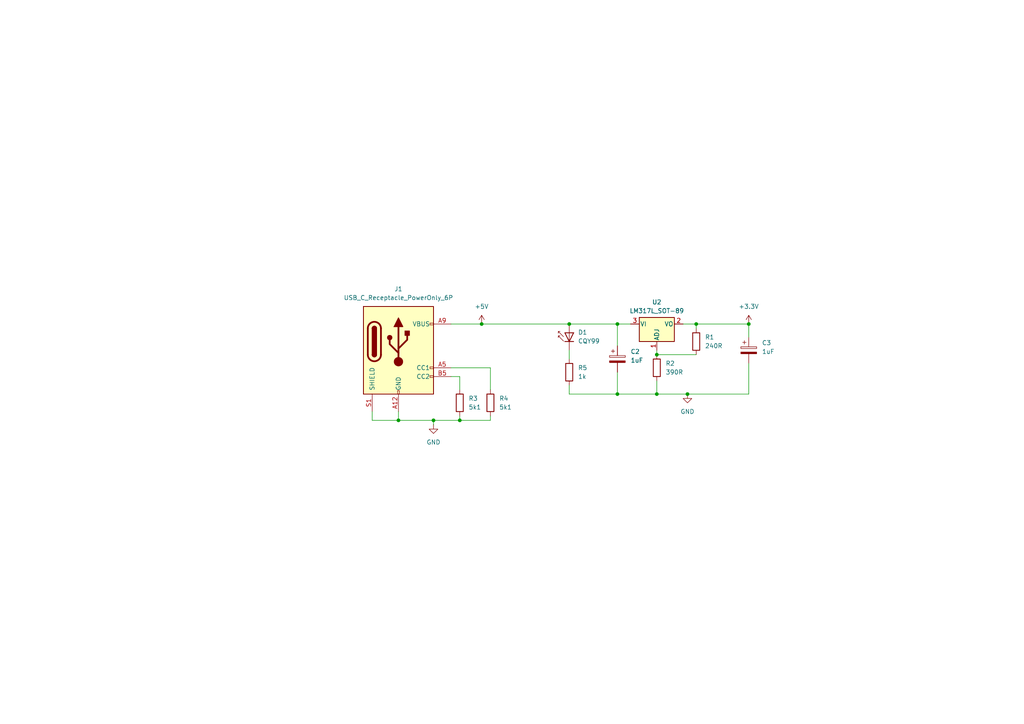
<source format=kicad_sch>
(kicad_sch (version 20250114) (generator "eeschema") (generator_version "9.0")
  (paper "A4")
  (title_block (title "Power"))
  (lib_symbols
    (symbol "Connector:USB_C_Receptacle_PowerOnly_6P" (pin_names (offset 1.016))
      (property "Reference" "J" (at 0 16.51 0))
      (property "Value" "USB_C_Receptacle_PowerOnly_6P" (at 0 13.97 0))
      (symbol "USB_C_Receptacle_PowerOnly_6P_0_0"
        (rectangle (start -0.254 -12.7) (end 0.254 -11.684))
        (rectangle (start 10.16 7.874) (end 9.144 7.366))
        (rectangle (start 10.16 -4.826) (end 9.144 -5.334))
        (rectangle (start 10.16 -7.366) (end 9.144 -7.874))
      )
      (symbol "USB_C_Receptacle_PowerOnly_6P_0_1"
        (rectangle (start -10.16 12.7) (end 10.16 -12.7) (stroke (width 0.254)) (fill (type background)))
        (polyline (pts (xy -8.89 -1.27) (xy -8.89 6.35)) (stroke (width 0.508)))
        (rectangle (start -7.62 -1.27) (end -6.35 6.35) (stroke (width 0.254)) (fill (type outline)))
        (arc (start -7.62 6.35) (mid -6.985 6.9823) (end -6.35 6.35) (stroke (width 0.254)))
        (arc (start -7.62 6.35) (mid -6.985 6.9823) (end -6.35 6.35) (stroke (width 0.254)) (fill (type outline)))
        (arc (start -8.89 6.35) (mid -6.985 8.2467) (end -5.08 6.35) (stroke (width 0.508)))
        (arc (start -5.08 -1.27) (mid -6.985 -3.1667) (end -8.89 -1.27) (stroke (width 0.508)))
        (arc (start -6.35 -1.27) (mid -6.985 -1.9023) (end -7.62 -1.27) (stroke (width 0.254)))
        (arc (start -6.35 -1.27) (mid -6.985 -1.9023) (end -7.62 -1.27) (stroke (width 0.254)) (fill (type outline)))
        (polyline (pts (xy -5.08 6.35) (xy -5.08 -1.27)) (stroke (width 0.508)))
        (circle (center -2.54 3.683) (radius 0.635) (stroke (width 0.254)) (fill (type outline)))
        (polyline (pts (xy -1.27 6.858) (xy 0 9.398) (xy 1.27 6.858) (xy -1.27 6.858)) (stroke (width 0.254)) (fill (type outline)))
        (polyline (pts (xy 0 0.508) (xy 2.54 3.048) (xy 2.54 4.318)) (stroke (width 0.508)))
        (polyline (pts (xy 0 -0.762) (xy -2.54 1.778) (xy -2.54 3.048)) (stroke (width 0.508)))
        (polyline (pts (xy 0 -3.302) (xy 0 6.858)) (stroke (width 0.508)))
        (circle (center 0 -3.302) (radius 1.27) (fill (type outline)))
        (rectangle (start 1.905 4.318) (end 3.175 5.588) (stroke (width 0.254)) (fill (type outline)))
      )
      (symbol "USB_C_Receptacle_PowerOnly_6P_1_1"
        (pin passive line (at -7.62 -17.78 90) (length 5.08) (name "SHIELD") (number "S1"))
        (pin passive line (at 0 -17.78 90) (length 5.08) (name "GND") (number "A12"))
        (pin passive line (at 0 -17.78 90) (length 5.08) (hide yes) (name "GND") (number "B12"))
        (pin passive line (at 15.24 7.62 180) (length 5.08) (name "VBUS") (number "A9"))
        (pin passive line (at 15.24 7.62 180) (length 5.08) (hide yes) (name "VBUS") (number "B9"))
        (pin bidirectional line (at 15.24 -5.08 180) (length 5.08) (name "CC1") (number "A5"))
        (pin bidirectional line (at 15.24 -7.62 180) (length 5.08) (name "CC2") (number "B5"))
      )
    )
    (symbol "Device:C_Polarized" (pin_numbers (hide yes)) (pin_names (offset 0.254))
      (property "Reference" "C" (at 0.635 2.54 0))
      (property "Value" "C_Polarized" (at 0.635 -2.54 0))
      (symbol "C_Polarized_0_1"
        (rectangle (start -2.286 0.508) (end 2.286 1.016))
        (polyline (pts (xy -1.778 2.286) (xy -0.762 2.286)))
        (polyline (pts (xy -1.27 2.794) (xy -1.27 1.778)))
        (rectangle (start 2.286 -0.508) (end -2.286 -1.016) (fill (type outline)))
      )
      (symbol "C_Polarized_1_1"
        (pin passive line (at 0 3.81 270) (length 2.794) (name "~") (number "1"))
        (pin passive line (at 0 -3.81 90) (length 2.794) (name "~") (number "2"))
      )
    )
    (symbol "Device:R" (pin_numbers (hide yes)) (pin_names (offset 0))
      (property "Reference" "R" (at 2.032 0 90))
      (property "Value" "R" (at 0 0 90))
      (symbol "R_0_1"
        (rectangle (start -1.016 -2.54) (end 1.016 2.54) (stroke (width 0.254)))
      )
      (symbol "R_1_1"
        (pin passive line (at 0 3.81 270) (length 1.27) (name "~") (number "1"))
        (pin passive line (at 0 -3.81 90) (length 1.27) (name "~") (number "2"))
      )
    )
    (symbol "LED:CQY99" (pin_numbers (hide yes)) (pin_names (offset 1.016) (hide yes))
      (property "Reference" "D" (at 0.508 1.778 0))
      (property "Value" "CQY99" (at -1.016 -2.794 0))
      (symbol "CQY99_0_1"
        (polyline (pts (xy -2.54 1.27) (xy -2.54 -1.27)) (stroke (width 0.254)))
        (polyline (pts (xy -2.413 1.651) (xy -0.889 3.175) (xy -0.889 2.667) (xy -0.889 3.175) (xy -1.397 3.175)))
        (polyline (pts (xy -1.143 1.651) (xy 0.381 3.175) (xy 0.381 2.667)))
        (polyline (pts (xy 0 0) (xy -2.54 0)))
        (polyline (pts (xy 0 -1.27) (xy -2.54 0) (xy 0 1.27) (xy 0 -1.27)) (stroke (width 0.254)))
        (polyline (pts (xy 0.381 3.175) (xy -0.127 3.175)))
      )
      (symbol "CQY99_1_1"
        (pin passive line (at -5.08 0 0) (length 2.54) (name "K") (number "1"))
        (pin passive line (at 2.54 0 180) (length 2.54) (name "A") (number "2"))
      )
    )
    (symbol "Regulator_Linear:LM317L_SOT-89" (pin_names (offset 0.254))
      (property "Reference" "U" (at -3.81 3.175 0))
      (property "Value" "LM317L_SOT-89" (at 0 3.175 0))
      (symbol "LM317L_SOT-89_0_1"
        (rectangle (start -5.08 1.905) (end 5.08 -5.08) (stroke (width 0.254)) (fill (type background)))
      )
      (symbol "LM317L_SOT-89_1_1"
        (pin power_in line (at -7.62 0 0) (length 2.54) (name "VI") (number "3"))
        (pin input line (at 0 -7.62 90) (length 2.54) (name "ADJ") (number "1"))
        (pin power_out line (at 7.62 0 180) (length 2.54) (name "VO") (number "2"))
      )
    )
    (symbol "power:+3.3V" (power) (pin_numbers (hide yes)) (pin_names (offset 0) (hide yes))
      (property "Value" "+3.3V" (at 0 3.556 0))
      (symbol "+3.3V_0_1"
        (polyline (pts (xy -0.762 1.27) (xy 0 2.54)))
        (polyline (pts (xy 0 2.54) (xy 0.762 1.27)))
        (polyline (pts (xy 0 0) (xy 0 2.54)))
      )
      (symbol "+3.3V_1_1"
        (pin power_in line (at 0 0 90) (length 0) (name "~") (number "1"))
      )
    )
    (symbol "power:+5V" (power) (pin_numbers (hide yes)) (pin_names (offset 0) (hide yes))
      (property "Value" "+5V" (at 0 3.556 0))
      (symbol "+5V_0_1"
        (polyline (pts (xy -0.762 1.27) (xy 0 2.54)))
        (polyline (pts (xy 0 2.54) (xy 0.762 1.27)))
        (polyline (pts (xy 0 0) (xy 0 2.54)))
      )
      (symbol "+5V_1_1"
        (pin power_in line (at 0 0 90) (length 0) (name "~") (number "1"))
      )
    )
    (symbol "power:GND" (power) (pin_numbers (hide yes)) (pin_names (offset 0) (hide yes))
      (property "Value" "GND" (at 0 -3.81 0))
      (symbol "GND_0_1"
        (polyline (pts (xy 0 0) (xy 0 -1.27) (xy 1.27 -1.27) (xy 0 -2.54) (xy -1.27 -1.27) (xy 0 -1.27)))
      )
      (symbol "GND_1_1"
        (pin power_in line (at 0 0 270) (length 0) (name "~") (number "1"))
      )
    )
  )
  (junction (at 190.5 102.87))
  (junction (at 199.39 114.3))
  (junction (at 179.07 114.3))
  (junction (at 115.57 121.92))
  (junction (at 139.7 93.98))
  (junction (at 190.5 114.3))
  (junction (at 201.93 93.98))
  (junction (at 125.73 121.92))
  (junction (at 179.07 93.98))
  (junction (at 217.17 93.98))
  (junction (at 165.1 93.98))
  (junction (at 133.35 121.92))
  (wire (pts (xy 142.24 120.65) (xy 142.24 121.92)))
  (wire (pts (xy 165.1 114.3) (xy 165.1 111.76)))
  (wire (pts (xy 201.93 95.25) (xy 201.93 93.98)))
  (wire (pts (xy 139.7 93.98) (xy 165.1 93.98)))
  (wire (pts (xy 190.5 110.49) (xy 190.5 114.3)))
  (wire (pts (xy 130.81 93.98) (xy 139.7 93.98)))
  (wire (pts (xy 182.88 93.98) (xy 179.07 93.98)))
  (wire (pts (xy 199.39 114.3) (xy 217.17 114.3)))
  (wire (pts (xy 190.5 101.6) (xy 190.5 102.87)))
  (wire (pts (xy 133.35 121.92) (xy 125.73 121.92)))
  (wire (pts (xy 190.5 102.87) (xy 201.93 102.87)))
  (wire (pts (xy 125.73 121.92) (xy 125.73 123.19)))
  (wire (pts (xy 115.57 119.38) (xy 115.57 121.92)))
  (wire (pts (xy 217.17 93.98) (xy 201.93 93.98)))
  (wire (pts (xy 133.35 113.03) (xy 133.35 109.22)))
  (wire (pts (xy 142.24 106.68) (xy 142.24 113.03)))
  (wire (pts (xy 179.07 114.3) (xy 190.5 114.3)))
  (wire (pts (xy 133.35 109.22) (xy 130.81 109.22)))
  (wire (pts (xy 190.5 114.3) (xy 199.39 114.3)))
  (wire (pts (xy 179.07 93.98) (xy 179.07 100.33)))
  (wire (pts (xy 217.17 114.3) (xy 217.17 105.41)))
  (wire (pts (xy 107.95 119.38) (xy 107.95 121.92)))
  (wire (pts (xy 165.1 93.98) (xy 179.07 93.98)))
  (wire (pts (xy 201.93 93.98) (xy 198.12 93.98)))
  (wire (pts (xy 130.81 106.68) (xy 142.24 106.68)))
  (wire (pts (xy 125.73 121.92) (xy 115.57 121.92)))
  (wire (pts (xy 217.17 97.79) (xy 217.17 93.98)))
  (wire (pts (xy 179.07 107.95) (xy 179.07 114.3)))
  (wire (pts (xy 133.35 120.65) (xy 133.35 121.92)))
  (wire (pts (xy 107.95 121.92) (xy 115.57 121.92)))
  (wire (pts (xy 179.07 114.3) (xy 165.1 114.3)))
  (wire (pts (xy 165.1 104.14) (xy 165.1 101.6)))
  (wire (pts (xy 142.24 121.92) (xy 133.35 121.92)))
  (symbol (lib_id "Connector:USB_C_Receptacle_PowerOnly_6P") (at 115.57 101.6 0) (unit 1)
    (property "Reference" "J1" (at 115.57 83.82 0))
    (property "Value" "USB_C_Receptacle_PowerOnly_6P" (at 115.57 86.36 0))
    (property "Footprint" "Connector_USB:USB_C_Receptacle_GCT_USB4125-xx-x-0190_6P_TopMnt_Horizontal" (effects (hide yes)))
    (property "Datasheet" "https://www.usb.org/sites/default/files/documents/usb_type-c.zip" (effects (hide yes)))
    (property "Description" "USB Power-Only 6P Type-C Receptacle connector" (effects (hide yes)))
  )
  (symbol (lib_id "power:+5V") (at 139.7 93.98 0) (unit 1)
    (property "Reference" "#PWR04" (effects (hide yes)))
    (property "Value" "+5V" (at 139.7 88.9 0))
    (property "Description" "Power symbol creates a global label with name \"+5V\"" (effects (hide yes)))
  )
  (symbol (lib_id "Device:R") (at 133.35 116.84 0) (unit 1)
    (property "Reference" "R3" (at 135.89 115.5699 0) (effects (justify left)))
    (property "Value" "5k1" (at 135.89 118.1099 0) (effects (justify left)))
    (property "Footprint" "Resistor_SMD:R_0805_2012Metric" (effects (hide yes)))
    (property "Description" "Resistor" (effects (hide yes)))
  )
  (symbol (lib_id "Regulator_Linear:LM317L_SOT-89") (at 190.5 93.98 0) (unit 1)
    (property "Reference" "U2" (at 190.5 87.63 0))
    (property "Value" "LM317L_SOT-89" (at 190.5 90.17 0))
    (property "Footprint" "Package_TO_SOT_SMD:SOT-89-3" (effects (hide yes)))
    (property "Datasheet" "http://www.ti.com/lit/ds/symlink/lm317l.pdf" (effects (hide yes)))
    (property "Description" "100mA 35V Adjustable Linear Regulator, SOT-89" (effects (hide yes)))
  )
  (symbol (lib_id "Device:C_Polarized") (at 217.17 101.6 0) (unit 1)
    (property "Reference" "C3" (at 220.98 99.4409 0) (effects (justify left)))
    (property "Value" "1uF" (at 220.98 101.9809 0) (effects (justify left)))
    (property "Footprint" "Capacitor_THT:CP_Radial_D4.0mm_P1.50mm" (effects (hide yes)))
    (property "Description" "Polarized capacitor" (effects (hide yes)))
  )
  (symbol (lib_id "Device:R") (at 165.1 107.95 0) (unit 1)
    (property "Reference" "R5" (at 167.64 106.6799 0) (effects (justify left)))
    (property "Value" "1k" (at 167.64 109.2199 0) (effects (justify left)))
    (property "Footprint" "Resistor_SMD:R_0805_2012Metric" (effects (hide yes)))
    (property "Description" "Resistor" (effects (hide yes)))
  )
  (symbol (lib_id "Device:R") (at 190.5 106.68 0) (unit 1)
    (property "Reference" "R2" (at 193.04 105.4099 0) (effects (justify left)))
    (property "Value" "390R" (at 193.04 107.9499 0) (effects (justify left)))
    (property "Footprint" "Resistor_SMD:R_0805_2012Metric" (effects (hide yes)))
    (property "Description" "Resistor" (effects (hide yes)))
  )
  (symbol (lib_id "Device:R") (at 142.24 116.84 0) (unit 1)
    (property "Reference" "R4" (at 144.78 115.5699 0) (effects (justify left)))
    (property "Value" "5k1" (at 144.78 118.1099 0) (effects (justify left)))
    (property "Footprint" "Resistor_SMD:R_0805_2012Metric" (effects (hide yes)))
    (property "Description" "Resistor" (effects (hide yes)))
  )
  (symbol (lib_id "power:+3.3V") (at 217.17 93.98 0) (unit 1)
    (property "Reference" "#PWR03" (effects (hide yes)))
    (property "Value" "+3.3V" (at 217.17 88.9 0))
    (property "Description" "Power symbol creates a global label with name \"+3.3V\"" (effects (hide yes)))
  )
  (symbol (lib_id "LED:CQY99") (at 165.1 96.52 90) (unit 1)
    (property "Reference" "D1" (at 167.64 96.3929 90) (effects (justify right)))
    (property "Value" "CQY99" (at 167.64 98.9329 90) (effects (justify right)))
    (property "Footprint" "LED_THT:LED_D3.0mm" (effects (hide yes)))
    (property "Datasheet" "https://www.prtice.info/IMG/pdf/CQY99.pdf" (effects (hide yes)))
    (property "Description" "950nm IR-LED, 5mm" (effects (hide yes)))
  )
  (symbol (lib_id "Device:R") (at 201.93 99.06 0) (unit 1)
    (property "Reference" "R1" (at 204.47 97.7899 0) (effects (justify left)))
    (property "Value" "240R" (at 204.47 100.3299 0) (effects (justify left)))
    (property "Footprint" "Resistor_SMD:R_0805_2012Metric" (effects (hide yes)))
    (property "Description" "Resistor" (effects (hide yes)))
  )
  (symbol (lib_id "power:GND") (at 125.73 123.19 0) (unit 1)
    (property "Reference" "#PWR01" (effects (hide yes)))
    (property "Value" "GND" (at 125.73 128.27 0))
    (property "Description" "Power symbol creates a global label with name \"GND\" , ground" (effects (hide yes)))
  )
  (symbol (lib_id "power:GND") (at 199.39 114.3 0) (unit 1)
    (property "Reference" "#PWR02" (effects (hide yes)))
    (property "Value" "GND" (at 199.39 119.38 0))
    (property "Description" "Power symbol creates a global label with name \"GND\" , ground" (effects (hide yes)))
  )
  (symbol (lib_id "Device:C_Polarized") (at 179.07 104.14 0) (unit 1)
    (property "Reference" "C2" (at 182.88 101.9809 0) (effects (justify left)))
    (property "Value" "1uF" (at 182.88 104.5209 0) (effects (justify left)))
    (property "Footprint" "Capacitor_THT:CP_Radial_D4.0mm_P1.50mm" (effects (hide yes)))
    (property "Description" "Polarized capacitor" (effects (hide yes)))
  )
)
</source>
